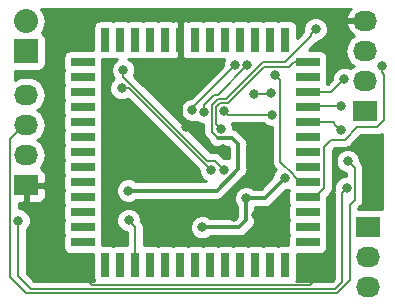
<source format=gbr>
G04 #@! TF.GenerationSoftware,KiCad,Pcbnew,5.0.0-rc1-44a33f2~62~ubuntu16.04.1*
G04 #@! TF.CreationDate,2018-05-13T18:44:28+02:00*
G04 #@! TF.ProjectId,audi_concert1_chorus1_volume_fix,617564695F636F6E63657274315F6368,rev?*
G04 #@! TF.SameCoordinates,Original*
G04 #@! TF.FileFunction,Copper,L2,Bot,Signal*
G04 #@! TF.FilePolarity,Positive*
%FSLAX46Y46*%
G04 Gerber Fmt 4.6, Leading zero omitted, Abs format (unit mm)*
G04 Created by KiCad (PCBNEW 5.0.0-rc1-44a33f2~62~ubuntu16.04.1) date Sun May 13 18:44:28 2018*
%MOMM*%
%LPD*%
G01*
G04 APERTURE LIST*
%ADD10R,2.032000X0.762000*%
%ADD11R,0.762000X2.032000*%
%ADD12R,2.032000X2.032000*%
%ADD13O,2.032000X2.032000*%
%ADD14R,2.032000X1.727200*%
%ADD15O,2.032000X1.727200*%
%ADD16C,0.800000*%
%ADD17C,0.150000*%
%ADD18C,0.300000*%
%ADD19C,0.250000*%
%ADD20C,0.254000*%
G04 APERTURE END LIST*
D10*
X170429601Y-105435400D03*
X170429601Y-104165400D03*
X170429601Y-102895400D03*
X170429601Y-101625400D03*
X170429601Y-100355400D03*
X170429601Y-99085400D03*
D11*
X172334601Y-97180400D03*
X173604601Y-97180400D03*
X174874601Y-97180400D03*
X176144601Y-97180400D03*
X177414601Y-97180400D03*
X178684601Y-97180400D03*
X179954601Y-97180400D03*
X181224601Y-97180400D03*
X182494601Y-97180400D03*
X183764601Y-97180400D03*
X185034601Y-97180400D03*
X186304601Y-97180400D03*
X187574601Y-97180400D03*
D10*
X189479601Y-99085400D03*
X189479601Y-100355400D03*
X189479601Y-101625400D03*
X189479601Y-102895400D03*
X189479601Y-104165400D03*
X189479601Y-105435400D03*
X189479601Y-106705400D03*
X189479601Y-107975400D03*
X189479601Y-109245400D03*
X189479601Y-110515400D03*
X189479601Y-111785400D03*
X189479601Y-113055400D03*
X189479601Y-114325400D03*
D11*
X187574601Y-116230400D03*
X186304601Y-116230400D03*
X185034601Y-116230400D03*
X183764601Y-116230400D03*
X182494601Y-116230400D03*
X181224601Y-116230400D03*
X179954601Y-116230400D03*
X178684601Y-116230400D03*
X177414601Y-116230400D03*
X176144601Y-116230400D03*
X174874601Y-116230400D03*
X173604601Y-116230400D03*
X172334601Y-116230400D03*
D10*
X170429601Y-114325400D03*
X170429601Y-113055400D03*
X170429601Y-111785400D03*
X170429601Y-110515400D03*
X170429601Y-109245400D03*
X170429601Y-107975400D03*
X170429601Y-106705400D03*
D12*
X165633400Y-98171000D03*
D13*
X165633400Y-95631000D03*
D14*
X165633400Y-109499400D03*
D15*
X165633400Y-106959400D03*
X165633400Y-104419400D03*
X165633400Y-101879400D03*
D14*
X194614800Y-113004600D03*
D15*
X194614800Y-115544600D03*
X194614800Y-118084600D03*
X194335400Y-95580200D03*
X194335400Y-98120200D03*
X194335400Y-100660200D03*
D14*
X194335400Y-103200200D03*
D16*
X182270400Y-106414001D03*
X179156839Y-104608910D03*
X174244000Y-94996000D03*
X168122600Y-117297200D03*
X178841400Y-99847400D03*
X185137180Y-112064800D03*
X173482000Y-108051600D03*
X183261000Y-112166400D03*
X187198000Y-111353600D03*
X172694600Y-114173000D03*
X167741600Y-114046001D03*
X178054000Y-106426000D03*
X184261760Y-110601760D03*
X187537221Y-108893120D03*
X180543200Y-113055400D03*
X174281000Y-109956600D03*
X190144400Y-96291400D03*
X174320200Y-112471200D03*
X173736000Y-101295200D03*
X181305200Y-108229400D03*
X182422800Y-108204000D03*
X173863000Y-99745800D03*
X164980010Y-112496600D03*
X192786000Y-109728000D03*
X192881472Y-107461272D03*
X184937400Y-101777800D03*
X186410600Y-101717979D03*
X192288790Y-104849010D03*
X182372643Y-103210148D03*
X186461400Y-103555800D03*
X192288790Y-102766210D03*
X195732400Y-99390200D03*
X186741429Y-100181370D03*
X192596930Y-100492379D03*
X179686975Y-103133754D03*
X182118000Y-104749600D03*
X183327793Y-99354004D03*
X180672620Y-103302657D03*
X184327800Y-99356867D03*
D17*
X178841400Y-104293471D02*
X179156839Y-104608910D01*
X178841400Y-99847400D02*
X178841400Y-104293471D01*
X168122600Y-117297200D02*
X170586400Y-117297200D01*
X170586400Y-117297200D02*
X171221400Y-117932200D01*
X171221400Y-117932200D02*
X189712600Y-117932200D01*
X189712600Y-117932200D02*
X190119000Y-117525800D01*
X173482000Y-108051600D02*
X172974000Y-108559600D01*
X181305200Y-111099600D02*
X182372000Y-112166400D01*
X182372000Y-112166400D02*
X183261000Y-112166400D01*
X172974000Y-108559600D02*
X172974000Y-110185200D01*
X172974000Y-110185200D02*
X173888400Y-111099600D01*
X173888400Y-111099600D02*
X181305200Y-111099600D01*
X186486800Y-112064800D02*
X185137180Y-112064800D01*
X187198000Y-111353600D02*
X186486800Y-112064800D01*
X168122600Y-117297200D02*
X168122600Y-114427001D01*
X168122600Y-114427001D02*
X167741600Y-114046001D01*
X173094599Y-113773001D02*
X172694600Y-114173000D01*
X172872400Y-113550802D02*
X173094599Y-113773001D01*
X172872400Y-108661200D02*
X172872400Y-113550802D01*
X173482000Y-108051600D02*
X172872400Y-108661200D01*
D18*
X183692800Y-113055400D02*
X184261760Y-112486440D01*
X180543200Y-113055400D02*
X183692800Y-113055400D01*
X184261760Y-110601760D02*
X184261760Y-112486440D01*
X185828581Y-110601760D02*
X187537221Y-108893120D01*
X184261760Y-110601760D02*
X185828581Y-110601760D01*
D17*
X187595304Y-99060000D02*
X189744401Y-96910903D01*
X189744401Y-96910903D02*
X189744401Y-96691399D01*
X181880996Y-105511600D02*
X181347630Y-104978234D01*
X182553471Y-102185136D02*
X185678608Y-99060000D01*
X189744401Y-96691399D02*
X190144400Y-96291400D01*
X185678608Y-99060000D02*
X187595304Y-99060000D01*
X181347632Y-102741167D02*
X181903663Y-102185136D01*
X181903663Y-102185136D02*
X182553471Y-102185136D01*
X181347630Y-104978234D02*
X181347632Y-102741167D01*
D18*
X183591200Y-106045000D02*
X183591200Y-108145602D01*
X183591200Y-108145602D02*
X181780202Y-109956600D01*
X181780202Y-109956600D02*
X181669202Y-109956600D01*
X183057800Y-105511600D02*
X183591200Y-106045000D01*
X181880996Y-105511600D02*
X183057800Y-105511600D01*
D17*
X174874601Y-116238701D02*
X174874601Y-113025601D01*
X174720199Y-112871199D02*
X174320200Y-112471200D01*
X174874601Y-113025601D02*
X174720199Y-112871199D01*
D18*
X174281000Y-109956600D02*
X181669202Y-109956600D01*
D17*
X180905201Y-107829401D02*
X181305200Y-108229400D01*
X180883336Y-107829401D02*
X180905201Y-107829401D01*
X174349135Y-101295200D02*
X180883336Y-107829401D01*
X173736000Y-101295200D02*
X174349135Y-101295200D01*
X173863000Y-100314075D02*
X173863000Y-100311485D01*
X180990925Y-107442000D02*
X173863000Y-100314075D01*
X182422800Y-108204000D02*
X181660800Y-107442000D01*
X181660800Y-107442000D02*
X180990925Y-107442000D01*
X173863000Y-100311485D02*
X173863000Y-99745800D01*
X164980010Y-112496600D02*
X164980010Y-117228010D01*
X164980010Y-117228010D02*
X166045389Y-118293389D01*
X192386001Y-110127999D02*
X192786000Y-109728000D01*
X191815211Y-118293389D02*
X192386001Y-117722599D01*
X166045389Y-118293389D02*
X191815211Y-118293389D01*
X192386001Y-117722599D02*
X192386001Y-110127999D01*
X165481000Y-104419400D02*
X165633400Y-104419400D01*
X192881472Y-107461272D02*
X193461001Y-108040801D01*
X165633400Y-118643400D02*
X164305010Y-117315010D01*
X193461001Y-110754799D02*
X193070600Y-111145200D01*
X193070600Y-111145200D02*
X193070600Y-117571400D01*
X164305010Y-117315010D02*
X164305010Y-105595390D01*
X164305010Y-105595390D02*
X165481000Y-104419400D01*
X191998600Y-118643400D02*
X165633400Y-118643400D01*
X193070600Y-117571400D02*
X191998600Y-118643400D01*
X193461001Y-108040801D02*
X193461001Y-110754799D01*
X186350779Y-101777800D02*
X186410600Y-101717979D01*
X184937400Y-101777800D02*
X186350779Y-101777800D01*
X191613481Y-104173701D02*
X191888791Y-104449011D01*
X189479601Y-104173701D02*
X191613481Y-104173701D01*
X191888791Y-104449011D02*
X192288790Y-104849010D01*
X186461400Y-103555800D02*
X182718295Y-103555800D01*
X182718295Y-103555800D02*
X182372643Y-103210148D01*
X191723105Y-102766210D02*
X192288790Y-102766210D01*
X189479601Y-102903701D02*
X189617092Y-102766210D01*
X189617092Y-102766210D02*
X191723105Y-102766210D01*
D19*
X189479601Y-102903701D02*
X190114601Y-102903701D01*
D17*
X195961000Y-100184485D02*
X195732400Y-99955885D01*
X189479601Y-110523701D02*
X190114601Y-110523701D01*
X195961000Y-103949202D02*
X195961000Y-100184485D01*
X195732400Y-99955885D02*
X195732400Y-99390200D01*
X191490600Y-105638600D02*
X192608200Y-105638600D01*
X193687998Y-104558802D02*
X195351400Y-104558802D01*
X190884902Y-109753400D02*
X190884902Y-106244298D01*
X195351400Y-104558802D02*
X195961000Y-103949202D01*
X190884902Y-106244298D02*
X191490600Y-105638600D01*
X192608200Y-105638600D02*
X193687998Y-104558802D01*
X190114601Y-110523701D02*
X190884902Y-109753400D01*
X189479601Y-109253701D02*
X190114601Y-109253701D01*
X188844601Y-109253701D02*
X189479601Y-109253701D01*
X187177680Y-107542072D02*
X188313601Y-108677993D01*
X188313601Y-108677993D02*
X188313601Y-108722701D01*
X188313601Y-108722701D02*
X188844601Y-109253701D01*
X187177680Y-100617621D02*
X187177680Y-104140000D01*
X186741429Y-100181370D02*
X187177680Y-100617621D01*
X187177680Y-104140000D02*
X187177680Y-107542072D01*
X191455608Y-101633701D02*
X189479601Y-101633701D01*
X192596930Y-100492379D02*
X191455608Y-101633701D01*
X185767198Y-99466400D02*
X182698451Y-102535147D01*
X188313601Y-99093701D02*
X187940902Y-99466400D01*
X182698451Y-102535147D02*
X182048642Y-102535147D01*
X181697642Y-104329242D02*
X181718001Y-104349601D01*
X187940902Y-99466400D02*
X185767198Y-99466400D01*
X189479601Y-99093701D02*
X188313601Y-99093701D01*
X181718001Y-104349601D02*
X182118000Y-104749600D01*
X181697642Y-102886147D02*
X181697642Y-104329242D01*
X182048642Y-102535147D02*
X181697642Y-102886147D01*
X179686975Y-102994822D02*
X179686975Y-103133754D01*
X183327793Y-99354004D02*
X179686975Y-102994822D01*
X184327800Y-99356867D02*
X181849542Y-101835125D01*
X181849542Y-101835125D02*
X181574467Y-101835125D01*
X181574467Y-101835125D02*
X180672620Y-102736972D01*
X180672620Y-102736972D02*
X180672620Y-103302657D01*
D20*
G36*
X192984668Y-94678164D02*
X192730691Y-95205409D01*
X192728042Y-95221174D01*
X192849183Y-95453200D01*
X194208400Y-95453200D01*
X194208400Y-95433200D01*
X194462400Y-95433200D01*
X194462400Y-95453200D01*
X194482400Y-95453200D01*
X194482400Y-95707200D01*
X194462400Y-95707200D01*
X194462400Y-95727200D01*
X194208400Y-95727200D01*
X194208400Y-95707200D01*
X192849183Y-95707200D01*
X192728042Y-95939226D01*
X192730691Y-95954991D01*
X192984668Y-96482236D01*
X193392132Y-96846290D01*
X193102570Y-97039770D01*
X192771350Y-97535475D01*
X192655041Y-98120200D01*
X192771350Y-98704925D01*
X193102570Y-99200630D01*
X193386281Y-99390200D01*
X193102570Y-99579770D01*
X193101641Y-99581161D01*
X192802804Y-99457379D01*
X192391056Y-99457379D01*
X192010650Y-99614948D01*
X191719499Y-99906099D01*
X191561930Y-100286505D01*
X191561930Y-100523288D01*
X191161518Y-100923701D01*
X191105785Y-100923701D01*
X191143041Y-100736400D01*
X191143041Y-99974400D01*
X191093758Y-99726635D01*
X191089592Y-99720400D01*
X191093758Y-99714165D01*
X191143041Y-99466400D01*
X191143041Y-98704400D01*
X191093758Y-98456635D01*
X190953410Y-98246591D01*
X190743366Y-98106243D01*
X190495601Y-98056960D01*
X189602435Y-98056960D01*
X190197002Y-97462393D01*
X190256281Y-97422784D01*
X190320683Y-97326400D01*
X190350274Y-97326400D01*
X190730680Y-97168831D01*
X191021831Y-96877680D01*
X191179400Y-96497274D01*
X191179400Y-96085526D01*
X191021831Y-95705120D01*
X190730680Y-95413969D01*
X190350274Y-95256400D01*
X189938526Y-95256400D01*
X189558120Y-95413969D01*
X189266969Y-95705120D01*
X189109400Y-96085526D01*
X189109400Y-96363780D01*
X189075596Y-96414371D01*
X189035558Y-96615655D01*
X188603041Y-97048172D01*
X188603041Y-96164400D01*
X188553758Y-95916635D01*
X188413410Y-95706591D01*
X188203366Y-95566243D01*
X187955601Y-95516960D01*
X187193601Y-95516960D01*
X186945836Y-95566243D01*
X186939601Y-95570409D01*
X186933366Y-95566243D01*
X186685601Y-95516960D01*
X185923601Y-95516960D01*
X185675836Y-95566243D01*
X185669601Y-95570409D01*
X185663366Y-95566243D01*
X185415601Y-95516960D01*
X184653601Y-95516960D01*
X184405836Y-95566243D01*
X184399601Y-95570409D01*
X184393366Y-95566243D01*
X184145601Y-95516960D01*
X183383601Y-95516960D01*
X183135836Y-95566243D01*
X183129601Y-95570409D01*
X183123366Y-95566243D01*
X182875601Y-95516960D01*
X182113601Y-95516960D01*
X181865836Y-95566243D01*
X181859601Y-95570409D01*
X181853366Y-95566243D01*
X181605601Y-95516960D01*
X180843601Y-95516960D01*
X180595836Y-95566243D01*
X180589601Y-95570409D01*
X180583366Y-95566243D01*
X180335601Y-95516960D01*
X179573601Y-95516960D01*
X179325836Y-95566243D01*
X179308623Y-95577744D01*
X179191910Y-95529400D01*
X178970351Y-95529400D01*
X178811601Y-95688150D01*
X178811601Y-97053400D01*
X178831601Y-97053400D01*
X178831601Y-97307400D01*
X178811601Y-97307400D01*
X178811601Y-98672650D01*
X178970351Y-98831400D01*
X179191910Y-98831400D01*
X179308623Y-98783056D01*
X179325836Y-98794557D01*
X179573601Y-98843840D01*
X180335601Y-98843840D01*
X180583366Y-98794557D01*
X180589601Y-98790391D01*
X180595836Y-98794557D01*
X180843601Y-98843840D01*
X181605601Y-98843840D01*
X181853366Y-98794557D01*
X181859601Y-98790391D01*
X181865836Y-98794557D01*
X182113601Y-98843840D01*
X182418834Y-98843840D01*
X182292793Y-99148130D01*
X182292793Y-99384913D01*
X179578953Y-102098754D01*
X179481101Y-102098754D01*
X179100695Y-102256323D01*
X178809544Y-102547474D01*
X178651975Y-102927880D01*
X178651975Y-103339628D01*
X178809544Y-103720034D01*
X179100695Y-104011185D01*
X179481101Y-104168754D01*
X179892849Y-104168754D01*
X180021654Y-104115402D01*
X180086340Y-104180088D01*
X180466746Y-104337657D01*
X180637631Y-104337657D01*
X180637630Y-104908309D01*
X180623721Y-104978234D01*
X180637630Y-105048158D01*
X180637630Y-105048159D01*
X180678825Y-105255261D01*
X180835749Y-105490114D01*
X180895031Y-105529725D01*
X181131199Y-105765893D01*
X181141542Y-105817892D01*
X181315043Y-106077553D01*
X181574704Y-106251054D01*
X181803680Y-106296600D01*
X182732643Y-106296600D01*
X182806200Y-106370157D01*
X182806201Y-107242534D01*
X182628674Y-107169000D01*
X182391891Y-107169000D01*
X182212294Y-106989403D01*
X182172681Y-106930119D01*
X181937828Y-106773195D01*
X181730726Y-106732000D01*
X181730724Y-106732000D01*
X181660800Y-106718091D01*
X181590876Y-106732000D01*
X181285016Y-106732000D01*
X174782802Y-100229787D01*
X174898000Y-99951674D01*
X174898000Y-99539926D01*
X174740431Y-99159520D01*
X174449280Y-98868369D01*
X174294405Y-98804218D01*
X174493601Y-98843840D01*
X175255601Y-98843840D01*
X175503366Y-98794557D01*
X175509601Y-98790391D01*
X175515836Y-98794557D01*
X175763601Y-98843840D01*
X176525601Y-98843840D01*
X176773366Y-98794557D01*
X176779601Y-98790391D01*
X176785836Y-98794557D01*
X177033601Y-98843840D01*
X177795601Y-98843840D01*
X178043366Y-98794557D01*
X178060579Y-98783056D01*
X178177292Y-98831400D01*
X178398851Y-98831400D01*
X178557601Y-98672650D01*
X178557601Y-97307400D01*
X178537601Y-97307400D01*
X178537601Y-97053400D01*
X178557601Y-97053400D01*
X178557601Y-95688150D01*
X178398851Y-95529400D01*
X178177292Y-95529400D01*
X178060579Y-95577744D01*
X178043366Y-95566243D01*
X177795601Y-95516960D01*
X177033601Y-95516960D01*
X176785836Y-95566243D01*
X176779601Y-95570409D01*
X176773366Y-95566243D01*
X176525601Y-95516960D01*
X175763601Y-95516960D01*
X175515836Y-95566243D01*
X175509601Y-95570409D01*
X175503366Y-95566243D01*
X175255601Y-95516960D01*
X174493601Y-95516960D01*
X174245836Y-95566243D01*
X174239601Y-95570409D01*
X174233366Y-95566243D01*
X173985601Y-95516960D01*
X173223601Y-95516960D01*
X172975836Y-95566243D01*
X172969601Y-95570409D01*
X172963366Y-95566243D01*
X172715601Y-95516960D01*
X171953601Y-95516960D01*
X171705836Y-95566243D01*
X171495792Y-95706591D01*
X171355444Y-95916635D01*
X171306161Y-96164400D01*
X171306161Y-98056960D01*
X169413601Y-98056960D01*
X169165836Y-98106243D01*
X168955792Y-98246591D01*
X168815444Y-98456635D01*
X168766161Y-98704400D01*
X168766161Y-99466400D01*
X168815444Y-99714165D01*
X168819610Y-99720400D01*
X168815444Y-99726635D01*
X168766161Y-99974400D01*
X168766161Y-100736400D01*
X168815444Y-100984165D01*
X168819610Y-100990400D01*
X168815444Y-100996635D01*
X168766161Y-101244400D01*
X168766161Y-102006400D01*
X168815444Y-102254165D01*
X168819610Y-102260400D01*
X168815444Y-102266635D01*
X168766161Y-102514400D01*
X168766161Y-103276400D01*
X168815444Y-103524165D01*
X168819610Y-103530400D01*
X168815444Y-103536635D01*
X168766161Y-103784400D01*
X168766161Y-104546400D01*
X168815444Y-104794165D01*
X168819610Y-104800400D01*
X168815444Y-104806635D01*
X168766161Y-105054400D01*
X168766161Y-105816400D01*
X168815444Y-106064165D01*
X168819610Y-106070400D01*
X168815444Y-106076635D01*
X168766161Y-106324400D01*
X168766161Y-107086400D01*
X168815444Y-107334165D01*
X168819610Y-107340400D01*
X168815444Y-107346635D01*
X168766161Y-107594400D01*
X168766161Y-108356400D01*
X168815444Y-108604165D01*
X168819610Y-108610400D01*
X168815444Y-108616635D01*
X168766161Y-108864400D01*
X168766161Y-109626400D01*
X168815444Y-109874165D01*
X168819610Y-109880400D01*
X168815444Y-109886635D01*
X168766161Y-110134400D01*
X168766161Y-110896400D01*
X168815444Y-111144165D01*
X168819610Y-111150400D01*
X168815444Y-111156635D01*
X168766161Y-111404400D01*
X168766161Y-112166400D01*
X168815444Y-112414165D01*
X168819610Y-112420400D01*
X168815444Y-112426635D01*
X168766161Y-112674400D01*
X168766161Y-113436400D01*
X168815444Y-113684165D01*
X168819610Y-113690400D01*
X168815444Y-113696635D01*
X168766161Y-113944400D01*
X168766161Y-114706400D01*
X168815444Y-114954165D01*
X168955792Y-115164209D01*
X169165836Y-115304557D01*
X169413601Y-115353840D01*
X171306161Y-115353840D01*
X171306161Y-117246400D01*
X171355444Y-117494165D01*
X171415062Y-117583389D01*
X166339480Y-117583389D01*
X165690010Y-116933920D01*
X165690010Y-113250311D01*
X165857441Y-113082880D01*
X166015010Y-112702474D01*
X166015010Y-112290726D01*
X165857441Y-111910320D01*
X165566290Y-111619169D01*
X165185884Y-111461600D01*
X165015010Y-111461600D01*
X165015010Y-110998000D01*
X165347650Y-110998000D01*
X165506400Y-110839250D01*
X165506400Y-109626400D01*
X165760400Y-109626400D01*
X165760400Y-110839250D01*
X165919150Y-110998000D01*
X166775709Y-110998000D01*
X167009098Y-110901327D01*
X167187727Y-110722699D01*
X167284400Y-110489310D01*
X167284400Y-109785150D01*
X167125650Y-109626400D01*
X165760400Y-109626400D01*
X165506400Y-109626400D01*
X165486400Y-109626400D01*
X165486400Y-109372400D01*
X165506400Y-109372400D01*
X165506400Y-109352400D01*
X165760400Y-109352400D01*
X165760400Y-109372400D01*
X167125650Y-109372400D01*
X167284400Y-109213650D01*
X167284400Y-108509490D01*
X167187727Y-108276101D01*
X167009098Y-108097473D01*
X166867033Y-108038628D01*
X167197450Y-107544125D01*
X167313759Y-106959400D01*
X167197450Y-106374675D01*
X166866230Y-105878970D01*
X166582519Y-105689400D01*
X166866230Y-105499830D01*
X167197450Y-105004125D01*
X167313759Y-104419400D01*
X167197450Y-103834675D01*
X166866230Y-103338970D01*
X166582519Y-103149400D01*
X166866230Y-102959830D01*
X167197450Y-102464125D01*
X167313759Y-101879400D01*
X167197450Y-101294675D01*
X166866230Y-100798970D01*
X166370525Y-100467750D01*
X165933398Y-100380800D01*
X165333402Y-100380800D01*
X164896275Y-100467750D01*
X164665000Y-100622283D01*
X164665000Y-99834440D01*
X166649400Y-99834440D01*
X166897165Y-99785157D01*
X167107209Y-99644809D01*
X167247557Y-99434765D01*
X167296840Y-99187000D01*
X167296840Y-97155000D01*
X167247557Y-96907235D01*
X167107209Y-96697191D01*
X166968544Y-96604537D01*
X167188608Y-96275188D01*
X167316745Y-95631000D01*
X167188608Y-94986812D01*
X166904090Y-94561000D01*
X193115803Y-94561000D01*
X192984668Y-94678164D01*
X192984668Y-94678164D01*
G37*
X192984668Y-94678164D02*
X192730691Y-95205409D01*
X192728042Y-95221174D01*
X192849183Y-95453200D01*
X194208400Y-95453200D01*
X194208400Y-95433200D01*
X194462400Y-95433200D01*
X194462400Y-95453200D01*
X194482400Y-95453200D01*
X194482400Y-95707200D01*
X194462400Y-95707200D01*
X194462400Y-95727200D01*
X194208400Y-95727200D01*
X194208400Y-95707200D01*
X192849183Y-95707200D01*
X192728042Y-95939226D01*
X192730691Y-95954991D01*
X192984668Y-96482236D01*
X193392132Y-96846290D01*
X193102570Y-97039770D01*
X192771350Y-97535475D01*
X192655041Y-98120200D01*
X192771350Y-98704925D01*
X193102570Y-99200630D01*
X193386281Y-99390200D01*
X193102570Y-99579770D01*
X193101641Y-99581161D01*
X192802804Y-99457379D01*
X192391056Y-99457379D01*
X192010650Y-99614948D01*
X191719499Y-99906099D01*
X191561930Y-100286505D01*
X191561930Y-100523288D01*
X191161518Y-100923701D01*
X191105785Y-100923701D01*
X191143041Y-100736400D01*
X191143041Y-99974400D01*
X191093758Y-99726635D01*
X191089592Y-99720400D01*
X191093758Y-99714165D01*
X191143041Y-99466400D01*
X191143041Y-98704400D01*
X191093758Y-98456635D01*
X190953410Y-98246591D01*
X190743366Y-98106243D01*
X190495601Y-98056960D01*
X189602435Y-98056960D01*
X190197002Y-97462393D01*
X190256281Y-97422784D01*
X190320683Y-97326400D01*
X190350274Y-97326400D01*
X190730680Y-97168831D01*
X191021831Y-96877680D01*
X191179400Y-96497274D01*
X191179400Y-96085526D01*
X191021831Y-95705120D01*
X190730680Y-95413969D01*
X190350274Y-95256400D01*
X189938526Y-95256400D01*
X189558120Y-95413969D01*
X189266969Y-95705120D01*
X189109400Y-96085526D01*
X189109400Y-96363780D01*
X189075596Y-96414371D01*
X189035558Y-96615655D01*
X188603041Y-97048172D01*
X188603041Y-96164400D01*
X188553758Y-95916635D01*
X188413410Y-95706591D01*
X188203366Y-95566243D01*
X187955601Y-95516960D01*
X187193601Y-95516960D01*
X186945836Y-95566243D01*
X186939601Y-95570409D01*
X186933366Y-95566243D01*
X186685601Y-95516960D01*
X185923601Y-95516960D01*
X185675836Y-95566243D01*
X185669601Y-95570409D01*
X185663366Y-95566243D01*
X185415601Y-95516960D01*
X184653601Y-95516960D01*
X184405836Y-95566243D01*
X184399601Y-95570409D01*
X184393366Y-95566243D01*
X184145601Y-95516960D01*
X183383601Y-95516960D01*
X183135836Y-95566243D01*
X183129601Y-95570409D01*
X183123366Y-95566243D01*
X182875601Y-95516960D01*
X182113601Y-95516960D01*
X181865836Y-95566243D01*
X181859601Y-95570409D01*
X181853366Y-95566243D01*
X181605601Y-95516960D01*
X180843601Y-95516960D01*
X180595836Y-95566243D01*
X180589601Y-95570409D01*
X180583366Y-95566243D01*
X180335601Y-95516960D01*
X179573601Y-95516960D01*
X179325836Y-95566243D01*
X179308623Y-95577744D01*
X179191910Y-95529400D01*
X178970351Y-95529400D01*
X178811601Y-95688150D01*
X178811601Y-97053400D01*
X178831601Y-97053400D01*
X178831601Y-97307400D01*
X178811601Y-97307400D01*
X178811601Y-98672650D01*
X178970351Y-98831400D01*
X179191910Y-98831400D01*
X179308623Y-98783056D01*
X179325836Y-98794557D01*
X179573601Y-98843840D01*
X180335601Y-98843840D01*
X180583366Y-98794557D01*
X180589601Y-98790391D01*
X180595836Y-98794557D01*
X180843601Y-98843840D01*
X181605601Y-98843840D01*
X181853366Y-98794557D01*
X181859601Y-98790391D01*
X181865836Y-98794557D01*
X182113601Y-98843840D01*
X182418834Y-98843840D01*
X182292793Y-99148130D01*
X182292793Y-99384913D01*
X179578953Y-102098754D01*
X179481101Y-102098754D01*
X179100695Y-102256323D01*
X178809544Y-102547474D01*
X178651975Y-102927880D01*
X178651975Y-103339628D01*
X178809544Y-103720034D01*
X179100695Y-104011185D01*
X179481101Y-104168754D01*
X179892849Y-104168754D01*
X180021654Y-104115402D01*
X180086340Y-104180088D01*
X180466746Y-104337657D01*
X180637631Y-104337657D01*
X180637630Y-104908309D01*
X180623721Y-104978234D01*
X180637630Y-105048158D01*
X180637630Y-105048159D01*
X180678825Y-105255261D01*
X180835749Y-105490114D01*
X180895031Y-105529725D01*
X181131199Y-105765893D01*
X181141542Y-105817892D01*
X181315043Y-106077553D01*
X181574704Y-106251054D01*
X181803680Y-106296600D01*
X182732643Y-106296600D01*
X182806200Y-106370157D01*
X182806201Y-107242534D01*
X182628674Y-107169000D01*
X182391891Y-107169000D01*
X182212294Y-106989403D01*
X182172681Y-106930119D01*
X181937828Y-106773195D01*
X181730726Y-106732000D01*
X181730724Y-106732000D01*
X181660800Y-106718091D01*
X181590876Y-106732000D01*
X181285016Y-106732000D01*
X174782802Y-100229787D01*
X174898000Y-99951674D01*
X174898000Y-99539926D01*
X174740431Y-99159520D01*
X174449280Y-98868369D01*
X174294405Y-98804218D01*
X174493601Y-98843840D01*
X175255601Y-98843840D01*
X175503366Y-98794557D01*
X175509601Y-98790391D01*
X175515836Y-98794557D01*
X175763601Y-98843840D01*
X176525601Y-98843840D01*
X176773366Y-98794557D01*
X176779601Y-98790391D01*
X176785836Y-98794557D01*
X177033601Y-98843840D01*
X177795601Y-98843840D01*
X178043366Y-98794557D01*
X178060579Y-98783056D01*
X178177292Y-98831400D01*
X178398851Y-98831400D01*
X178557601Y-98672650D01*
X178557601Y-97307400D01*
X178537601Y-97307400D01*
X178537601Y-97053400D01*
X178557601Y-97053400D01*
X178557601Y-95688150D01*
X178398851Y-95529400D01*
X178177292Y-95529400D01*
X178060579Y-95577744D01*
X178043366Y-95566243D01*
X177795601Y-95516960D01*
X177033601Y-95516960D01*
X176785836Y-95566243D01*
X176779601Y-95570409D01*
X176773366Y-95566243D01*
X176525601Y-95516960D01*
X175763601Y-95516960D01*
X175515836Y-95566243D01*
X175509601Y-95570409D01*
X175503366Y-95566243D01*
X175255601Y-95516960D01*
X174493601Y-95516960D01*
X174245836Y-95566243D01*
X174239601Y-95570409D01*
X174233366Y-95566243D01*
X173985601Y-95516960D01*
X173223601Y-95516960D01*
X172975836Y-95566243D01*
X172969601Y-95570409D01*
X172963366Y-95566243D01*
X172715601Y-95516960D01*
X171953601Y-95516960D01*
X171705836Y-95566243D01*
X171495792Y-95706591D01*
X171355444Y-95916635D01*
X171306161Y-96164400D01*
X171306161Y-98056960D01*
X169413601Y-98056960D01*
X169165836Y-98106243D01*
X168955792Y-98246591D01*
X168815444Y-98456635D01*
X168766161Y-98704400D01*
X168766161Y-99466400D01*
X168815444Y-99714165D01*
X168819610Y-99720400D01*
X168815444Y-99726635D01*
X168766161Y-99974400D01*
X168766161Y-100736400D01*
X168815444Y-100984165D01*
X168819610Y-100990400D01*
X168815444Y-100996635D01*
X168766161Y-101244400D01*
X168766161Y-102006400D01*
X168815444Y-102254165D01*
X168819610Y-102260400D01*
X168815444Y-102266635D01*
X168766161Y-102514400D01*
X168766161Y-103276400D01*
X168815444Y-103524165D01*
X168819610Y-103530400D01*
X168815444Y-103536635D01*
X168766161Y-103784400D01*
X168766161Y-104546400D01*
X168815444Y-104794165D01*
X168819610Y-104800400D01*
X168815444Y-104806635D01*
X168766161Y-105054400D01*
X168766161Y-105816400D01*
X168815444Y-106064165D01*
X168819610Y-106070400D01*
X168815444Y-106076635D01*
X168766161Y-106324400D01*
X168766161Y-107086400D01*
X168815444Y-107334165D01*
X168819610Y-107340400D01*
X168815444Y-107346635D01*
X168766161Y-107594400D01*
X168766161Y-108356400D01*
X168815444Y-108604165D01*
X168819610Y-108610400D01*
X168815444Y-108616635D01*
X168766161Y-108864400D01*
X168766161Y-109626400D01*
X168815444Y-109874165D01*
X168819610Y-109880400D01*
X168815444Y-109886635D01*
X168766161Y-110134400D01*
X168766161Y-110896400D01*
X168815444Y-111144165D01*
X168819610Y-111150400D01*
X168815444Y-111156635D01*
X168766161Y-111404400D01*
X168766161Y-112166400D01*
X168815444Y-112414165D01*
X168819610Y-112420400D01*
X168815444Y-112426635D01*
X168766161Y-112674400D01*
X168766161Y-113436400D01*
X168815444Y-113684165D01*
X168819610Y-113690400D01*
X168815444Y-113696635D01*
X168766161Y-113944400D01*
X168766161Y-114706400D01*
X168815444Y-114954165D01*
X168955792Y-115164209D01*
X169165836Y-115304557D01*
X169413601Y-115353840D01*
X171306161Y-115353840D01*
X171306161Y-117246400D01*
X171355444Y-117494165D01*
X171415062Y-117583389D01*
X166339480Y-117583389D01*
X165690010Y-116933920D01*
X165690010Y-113250311D01*
X165857441Y-113082880D01*
X166015010Y-112702474D01*
X166015010Y-112290726D01*
X165857441Y-111910320D01*
X165566290Y-111619169D01*
X165185884Y-111461600D01*
X165015010Y-111461600D01*
X165015010Y-110998000D01*
X165347650Y-110998000D01*
X165506400Y-110839250D01*
X165506400Y-109626400D01*
X165760400Y-109626400D01*
X165760400Y-110839250D01*
X165919150Y-110998000D01*
X166775709Y-110998000D01*
X167009098Y-110901327D01*
X167187727Y-110722699D01*
X167284400Y-110489310D01*
X167284400Y-109785150D01*
X167125650Y-109626400D01*
X165760400Y-109626400D01*
X165506400Y-109626400D01*
X165486400Y-109626400D01*
X165486400Y-109372400D01*
X165506400Y-109372400D01*
X165506400Y-109352400D01*
X165760400Y-109352400D01*
X165760400Y-109372400D01*
X167125650Y-109372400D01*
X167284400Y-109213650D01*
X167284400Y-108509490D01*
X167187727Y-108276101D01*
X167009098Y-108097473D01*
X166867033Y-108038628D01*
X167197450Y-107544125D01*
X167313759Y-106959400D01*
X167197450Y-106374675D01*
X166866230Y-105878970D01*
X166582519Y-105689400D01*
X166866230Y-105499830D01*
X167197450Y-105004125D01*
X167313759Y-104419400D01*
X167197450Y-103834675D01*
X166866230Y-103338970D01*
X166582519Y-103149400D01*
X166866230Y-102959830D01*
X167197450Y-102464125D01*
X167313759Y-101879400D01*
X167197450Y-101294675D01*
X166866230Y-100798970D01*
X166370525Y-100467750D01*
X165933398Y-100380800D01*
X165333402Y-100380800D01*
X164896275Y-100467750D01*
X164665000Y-100622283D01*
X164665000Y-99834440D01*
X166649400Y-99834440D01*
X166897165Y-99785157D01*
X167107209Y-99644809D01*
X167247557Y-99434765D01*
X167296840Y-99187000D01*
X167296840Y-97155000D01*
X167247557Y-96907235D01*
X167107209Y-96697191D01*
X166968544Y-96604537D01*
X167188608Y-96275188D01*
X167316745Y-95631000D01*
X167188608Y-94986812D01*
X166904090Y-94561000D01*
X193115803Y-94561000D01*
X192984668Y-94678164D01*
G36*
X195761000Y-111519458D02*
X195630800Y-111493560D01*
X193780600Y-111493560D01*
X193780600Y-111439290D01*
X193913597Y-111306293D01*
X193972882Y-111266680D01*
X194129806Y-111031827D01*
X194171001Y-110824725D01*
X194171001Y-110824721D01*
X194184909Y-110754800D01*
X194171001Y-110684879D01*
X194171001Y-108110727D01*
X194184910Y-108040801D01*
X194129806Y-107763772D01*
X194012492Y-107588200D01*
X194012489Y-107588197D01*
X193972881Y-107528920D01*
X193916472Y-107491229D01*
X193916472Y-107255398D01*
X193758903Y-106874992D01*
X193467752Y-106583841D01*
X193087346Y-106426272D01*
X192675598Y-106426272D01*
X192295192Y-106583841D01*
X192004041Y-106874992D01*
X191846472Y-107255398D01*
X191846472Y-107667146D01*
X192004041Y-108047552D01*
X192295192Y-108338703D01*
X192675598Y-108496272D01*
X192751001Y-108496272D01*
X192751001Y-108693000D01*
X192580126Y-108693000D01*
X192199720Y-108850569D01*
X191908569Y-109141720D01*
X191751000Y-109522126D01*
X191751000Y-109800381D01*
X191735669Y-109823326D01*
X191717197Y-109850971D01*
X191662092Y-110127999D01*
X191676002Y-110197928D01*
X191676001Y-117428508D01*
X191521121Y-117583389D01*
X188494140Y-117583389D01*
X188553758Y-117494165D01*
X188603041Y-117246400D01*
X188603041Y-115353840D01*
X190495601Y-115353840D01*
X190743366Y-115304557D01*
X190953410Y-115164209D01*
X191093758Y-114954165D01*
X191143041Y-114706400D01*
X191143041Y-113944400D01*
X191093758Y-113696635D01*
X191089592Y-113690400D01*
X191093758Y-113684165D01*
X191143041Y-113436400D01*
X191143041Y-112674400D01*
X191093758Y-112426635D01*
X191089592Y-112420400D01*
X191093758Y-112414165D01*
X191143041Y-112166400D01*
X191143041Y-111404400D01*
X191093758Y-111156635D01*
X191089592Y-111150400D01*
X191093758Y-111144165D01*
X191143041Y-110896400D01*
X191143041Y-110499352D01*
X191337503Y-110304890D01*
X191396782Y-110265281D01*
X191553707Y-110030428D01*
X191594902Y-109823326D01*
X191594902Y-109823322D01*
X191608810Y-109753401D01*
X191594902Y-109683480D01*
X191594902Y-106538388D01*
X191784691Y-106348600D01*
X192538276Y-106348600D01*
X192608200Y-106362509D01*
X192678124Y-106348600D01*
X192678126Y-106348600D01*
X192885228Y-106307405D01*
X193120081Y-106150481D01*
X193159694Y-106091196D01*
X193982089Y-105268802D01*
X195281476Y-105268802D01*
X195351400Y-105282711D01*
X195421324Y-105268802D01*
X195421326Y-105268802D01*
X195628428Y-105227607D01*
X195761001Y-105139025D01*
X195761000Y-111519458D01*
X195761000Y-111519458D01*
G37*
X195761000Y-111519458D02*
X195630800Y-111493560D01*
X193780600Y-111493560D01*
X193780600Y-111439290D01*
X193913597Y-111306293D01*
X193972882Y-111266680D01*
X194129806Y-111031827D01*
X194171001Y-110824725D01*
X194171001Y-110824721D01*
X194184909Y-110754800D01*
X194171001Y-110684879D01*
X194171001Y-108110727D01*
X194184910Y-108040801D01*
X194129806Y-107763772D01*
X194012492Y-107588200D01*
X194012489Y-107588197D01*
X193972881Y-107528920D01*
X193916472Y-107491229D01*
X193916472Y-107255398D01*
X193758903Y-106874992D01*
X193467752Y-106583841D01*
X193087346Y-106426272D01*
X192675598Y-106426272D01*
X192295192Y-106583841D01*
X192004041Y-106874992D01*
X191846472Y-107255398D01*
X191846472Y-107667146D01*
X192004041Y-108047552D01*
X192295192Y-108338703D01*
X192675598Y-108496272D01*
X192751001Y-108496272D01*
X192751001Y-108693000D01*
X192580126Y-108693000D01*
X192199720Y-108850569D01*
X191908569Y-109141720D01*
X191751000Y-109522126D01*
X191751000Y-109800381D01*
X191735669Y-109823326D01*
X191717197Y-109850971D01*
X191662092Y-110127999D01*
X191676002Y-110197928D01*
X191676001Y-117428508D01*
X191521121Y-117583389D01*
X188494140Y-117583389D01*
X188553758Y-117494165D01*
X188603041Y-117246400D01*
X188603041Y-115353840D01*
X190495601Y-115353840D01*
X190743366Y-115304557D01*
X190953410Y-115164209D01*
X191093758Y-114954165D01*
X191143041Y-114706400D01*
X191143041Y-113944400D01*
X191093758Y-113696635D01*
X191089592Y-113690400D01*
X191093758Y-113684165D01*
X191143041Y-113436400D01*
X191143041Y-112674400D01*
X191093758Y-112426635D01*
X191089592Y-112420400D01*
X191093758Y-112414165D01*
X191143041Y-112166400D01*
X191143041Y-111404400D01*
X191093758Y-111156635D01*
X191089592Y-111150400D01*
X191093758Y-111144165D01*
X191143041Y-110896400D01*
X191143041Y-110499352D01*
X191337503Y-110304890D01*
X191396782Y-110265281D01*
X191553707Y-110030428D01*
X191594902Y-109823326D01*
X191594902Y-109823322D01*
X191608810Y-109753401D01*
X191594902Y-109683480D01*
X191594902Y-106538388D01*
X191784691Y-106348600D01*
X192538276Y-106348600D01*
X192608200Y-106362509D01*
X192678124Y-106348600D01*
X192678126Y-106348600D01*
X192885228Y-106307405D01*
X193120081Y-106150481D01*
X193159694Y-106091196D01*
X193982089Y-105268802D01*
X195281476Y-105268802D01*
X195351400Y-105282711D01*
X195421324Y-105268802D01*
X195421326Y-105268802D01*
X195628428Y-105227607D01*
X195761001Y-105139025D01*
X195761000Y-111519458D01*
G36*
X172975836Y-98794557D02*
X173223601Y-98843840D01*
X173335938Y-98843840D01*
X173276720Y-98868369D01*
X172985569Y-99159520D01*
X172828000Y-99539926D01*
X172828000Y-99951674D01*
X172985569Y-100332080D01*
X173110489Y-100457000D01*
X172858569Y-100708920D01*
X172701000Y-101089326D01*
X172701000Y-101501074D01*
X172858569Y-101881480D01*
X173149720Y-102172631D01*
X173530126Y-102330200D01*
X173941874Y-102330200D01*
X174251708Y-102201863D01*
X180270200Y-108220357D01*
X180270200Y-108435274D01*
X180427769Y-108815680D01*
X180718920Y-109106831D01*
X180875287Y-109171600D01*
X174959711Y-109171600D01*
X174867280Y-109079169D01*
X174486874Y-108921600D01*
X174075126Y-108921600D01*
X173694720Y-109079169D01*
X173403569Y-109370320D01*
X173246000Y-109750726D01*
X173246000Y-110162474D01*
X173403569Y-110542880D01*
X173694720Y-110834031D01*
X174075126Y-110991600D01*
X174486874Y-110991600D01*
X174867280Y-110834031D01*
X174959711Y-110741600D01*
X181702890Y-110741600D01*
X181780202Y-110756978D01*
X181857514Y-110741600D01*
X181857518Y-110741600D01*
X182086494Y-110696054D01*
X182346155Y-110522553D01*
X182389951Y-110457008D01*
X184091611Y-108755349D01*
X184157153Y-108711555D01*
X184200947Y-108646013D01*
X184200949Y-108646011D01*
X184330654Y-108451894D01*
X184340784Y-108400965D01*
X184376200Y-108222918D01*
X184376200Y-108222914D01*
X184391578Y-108145602D01*
X184376200Y-108068290D01*
X184376200Y-106122312D01*
X184391578Y-106045000D01*
X184376200Y-105967688D01*
X184376200Y-105967684D01*
X184330654Y-105738708D01*
X184157153Y-105479047D01*
X184091608Y-105435251D01*
X183667549Y-105011192D01*
X183623753Y-104945647D01*
X183364092Y-104772146D01*
X183153000Y-104730157D01*
X183153000Y-104543726D01*
X183037880Y-104265800D01*
X185707689Y-104265800D01*
X185875120Y-104433231D01*
X186255526Y-104590800D01*
X186467680Y-104590800D01*
X186467681Y-107472143D01*
X186453771Y-107542072D01*
X186497871Y-107763773D01*
X186508876Y-107819100D01*
X186665800Y-108053953D01*
X186725082Y-108093564D01*
X186799074Y-108167556D01*
X186659790Y-108306840D01*
X186502221Y-108687246D01*
X186502221Y-108817962D01*
X185503424Y-109816760D01*
X184940471Y-109816760D01*
X184848040Y-109724329D01*
X184467634Y-109566760D01*
X184055886Y-109566760D01*
X183675480Y-109724329D01*
X183384329Y-110015480D01*
X183226760Y-110395886D01*
X183226760Y-110807634D01*
X183384329Y-111188040D01*
X183476760Y-111280471D01*
X183476761Y-112161282D01*
X183367643Y-112270400D01*
X181221911Y-112270400D01*
X181129480Y-112177969D01*
X180749074Y-112020400D01*
X180337326Y-112020400D01*
X179956920Y-112177969D01*
X179665769Y-112469120D01*
X179508200Y-112849526D01*
X179508200Y-113261274D01*
X179665769Y-113641680D01*
X179956920Y-113932831D01*
X180337326Y-114090400D01*
X180749074Y-114090400D01*
X181129480Y-113932831D01*
X181221911Y-113840400D01*
X183615488Y-113840400D01*
X183692800Y-113855778D01*
X183770112Y-113840400D01*
X183770116Y-113840400D01*
X183999092Y-113794854D01*
X184258753Y-113621353D01*
X184302549Y-113555808D01*
X184762170Y-113096187D01*
X184827713Y-113052393D01*
X184871507Y-112986851D01*
X184871509Y-112986849D01*
X185001214Y-112792732D01*
X185019167Y-112702474D01*
X185046760Y-112563756D01*
X185046760Y-112563752D01*
X185062138Y-112486440D01*
X185046760Y-112409128D01*
X185046760Y-111386760D01*
X185751269Y-111386760D01*
X185828581Y-111402138D01*
X185905893Y-111386760D01*
X185905897Y-111386760D01*
X186134873Y-111341214D01*
X186394534Y-111167713D01*
X186438330Y-111102168D01*
X187612379Y-109928120D01*
X187743095Y-109928120D01*
X187867159Y-109876731D01*
X187869610Y-109880400D01*
X187865444Y-109886635D01*
X187816161Y-110134400D01*
X187816161Y-110896400D01*
X187865444Y-111144165D01*
X187869610Y-111150400D01*
X187865444Y-111156635D01*
X187816161Y-111404400D01*
X187816161Y-112166400D01*
X187865444Y-112414165D01*
X187869610Y-112420400D01*
X187865444Y-112426635D01*
X187816161Y-112674400D01*
X187816161Y-113436400D01*
X187865444Y-113684165D01*
X187869610Y-113690400D01*
X187865444Y-113696635D01*
X187816161Y-113944400D01*
X187816161Y-114566960D01*
X187193601Y-114566960D01*
X186945836Y-114616243D01*
X186939601Y-114620409D01*
X186933366Y-114616243D01*
X186685601Y-114566960D01*
X185923601Y-114566960D01*
X185675836Y-114616243D01*
X185669601Y-114620409D01*
X185663366Y-114616243D01*
X185415601Y-114566960D01*
X184653601Y-114566960D01*
X184405836Y-114616243D01*
X184399601Y-114620409D01*
X184393366Y-114616243D01*
X184145601Y-114566960D01*
X183383601Y-114566960D01*
X183135836Y-114616243D01*
X183129601Y-114620409D01*
X183123366Y-114616243D01*
X182875601Y-114566960D01*
X182113601Y-114566960D01*
X181865836Y-114616243D01*
X181859601Y-114620409D01*
X181853366Y-114616243D01*
X181605601Y-114566960D01*
X180843601Y-114566960D01*
X180595836Y-114616243D01*
X180589601Y-114620409D01*
X180583366Y-114616243D01*
X180335601Y-114566960D01*
X179573601Y-114566960D01*
X179325836Y-114616243D01*
X179319601Y-114620409D01*
X179313366Y-114616243D01*
X179065601Y-114566960D01*
X178303601Y-114566960D01*
X178055836Y-114616243D01*
X178049601Y-114620409D01*
X178043366Y-114616243D01*
X177795601Y-114566960D01*
X177033601Y-114566960D01*
X176785836Y-114616243D01*
X176779601Y-114620409D01*
X176773366Y-114616243D01*
X176525601Y-114566960D01*
X175763601Y-114566960D01*
X175584601Y-114602565D01*
X175584601Y-113095521D01*
X175598509Y-113025600D01*
X175584601Y-112955680D01*
X175584601Y-112955675D01*
X175543406Y-112748573D01*
X175386482Y-112513720D01*
X175355200Y-112492818D01*
X175355200Y-112265326D01*
X175197631Y-111884920D01*
X174906480Y-111593769D01*
X174526074Y-111436200D01*
X174114326Y-111436200D01*
X173733920Y-111593769D01*
X173442769Y-111884920D01*
X173285200Y-112265326D01*
X173285200Y-112677074D01*
X173442769Y-113057480D01*
X173733920Y-113348631D01*
X174114326Y-113506200D01*
X174164602Y-113506200D01*
X174164602Y-114602565D01*
X173985601Y-114566960D01*
X173223601Y-114566960D01*
X172975836Y-114616243D01*
X172969601Y-114620409D01*
X172963366Y-114616243D01*
X172715601Y-114566960D01*
X172093041Y-114566960D01*
X172093041Y-113944400D01*
X172043758Y-113696635D01*
X172039592Y-113690400D01*
X172043758Y-113684165D01*
X172093041Y-113436400D01*
X172093041Y-112674400D01*
X172043758Y-112426635D01*
X172039592Y-112420400D01*
X172043758Y-112414165D01*
X172093041Y-112166400D01*
X172093041Y-111404400D01*
X172043758Y-111156635D01*
X172039592Y-111150400D01*
X172043758Y-111144165D01*
X172093041Y-110896400D01*
X172093041Y-110134400D01*
X172043758Y-109886635D01*
X172039592Y-109880400D01*
X172043758Y-109874165D01*
X172093041Y-109626400D01*
X172093041Y-108864400D01*
X172043758Y-108616635D01*
X172039592Y-108610400D01*
X172043758Y-108604165D01*
X172093041Y-108356400D01*
X172093041Y-107594400D01*
X172043758Y-107346635D01*
X172039592Y-107340400D01*
X172043758Y-107334165D01*
X172093041Y-107086400D01*
X172093041Y-106324400D01*
X172043758Y-106076635D01*
X172039592Y-106070400D01*
X172043758Y-106064165D01*
X172093041Y-105816400D01*
X172093041Y-105054400D01*
X172043758Y-104806635D01*
X172039592Y-104800400D01*
X172043758Y-104794165D01*
X172093041Y-104546400D01*
X172093041Y-103784400D01*
X172043758Y-103536635D01*
X172039592Y-103530400D01*
X172043758Y-103524165D01*
X172093041Y-103276400D01*
X172093041Y-102514400D01*
X172043758Y-102266635D01*
X172039592Y-102260400D01*
X172043758Y-102254165D01*
X172093041Y-102006400D01*
X172093041Y-101244400D01*
X172043758Y-100996635D01*
X172039592Y-100990400D01*
X172043758Y-100984165D01*
X172093041Y-100736400D01*
X172093041Y-99974400D01*
X172043758Y-99726635D01*
X172039592Y-99720400D01*
X172043758Y-99714165D01*
X172093041Y-99466400D01*
X172093041Y-98843840D01*
X172715601Y-98843840D01*
X172963366Y-98794557D01*
X172969601Y-98790391D01*
X172975836Y-98794557D01*
X172975836Y-98794557D01*
G37*
X172975836Y-98794557D02*
X173223601Y-98843840D01*
X173335938Y-98843840D01*
X173276720Y-98868369D01*
X172985569Y-99159520D01*
X172828000Y-99539926D01*
X172828000Y-99951674D01*
X172985569Y-100332080D01*
X173110489Y-100457000D01*
X172858569Y-100708920D01*
X172701000Y-101089326D01*
X172701000Y-101501074D01*
X172858569Y-101881480D01*
X173149720Y-102172631D01*
X173530126Y-102330200D01*
X173941874Y-102330200D01*
X174251708Y-102201863D01*
X180270200Y-108220357D01*
X180270200Y-108435274D01*
X180427769Y-108815680D01*
X180718920Y-109106831D01*
X180875287Y-109171600D01*
X174959711Y-109171600D01*
X174867280Y-109079169D01*
X174486874Y-108921600D01*
X174075126Y-108921600D01*
X173694720Y-109079169D01*
X173403569Y-109370320D01*
X173246000Y-109750726D01*
X173246000Y-110162474D01*
X173403569Y-110542880D01*
X173694720Y-110834031D01*
X174075126Y-110991600D01*
X174486874Y-110991600D01*
X174867280Y-110834031D01*
X174959711Y-110741600D01*
X181702890Y-110741600D01*
X181780202Y-110756978D01*
X181857514Y-110741600D01*
X181857518Y-110741600D01*
X182086494Y-110696054D01*
X182346155Y-110522553D01*
X182389951Y-110457008D01*
X184091611Y-108755349D01*
X184157153Y-108711555D01*
X184200947Y-108646013D01*
X184200949Y-108646011D01*
X184330654Y-108451894D01*
X184340784Y-108400965D01*
X184376200Y-108222918D01*
X184376200Y-108222914D01*
X184391578Y-108145602D01*
X184376200Y-108068290D01*
X184376200Y-106122312D01*
X184391578Y-106045000D01*
X184376200Y-105967688D01*
X184376200Y-105967684D01*
X184330654Y-105738708D01*
X184157153Y-105479047D01*
X184091608Y-105435251D01*
X183667549Y-105011192D01*
X183623753Y-104945647D01*
X183364092Y-104772146D01*
X183153000Y-104730157D01*
X183153000Y-104543726D01*
X183037880Y-104265800D01*
X185707689Y-104265800D01*
X185875120Y-104433231D01*
X186255526Y-104590800D01*
X186467680Y-104590800D01*
X186467681Y-107472143D01*
X186453771Y-107542072D01*
X186497871Y-107763773D01*
X186508876Y-107819100D01*
X186665800Y-108053953D01*
X186725082Y-108093564D01*
X186799074Y-108167556D01*
X186659790Y-108306840D01*
X186502221Y-108687246D01*
X186502221Y-108817962D01*
X185503424Y-109816760D01*
X184940471Y-109816760D01*
X184848040Y-109724329D01*
X184467634Y-109566760D01*
X184055886Y-109566760D01*
X183675480Y-109724329D01*
X183384329Y-110015480D01*
X183226760Y-110395886D01*
X183226760Y-110807634D01*
X183384329Y-111188040D01*
X183476760Y-111280471D01*
X183476761Y-112161282D01*
X183367643Y-112270400D01*
X181221911Y-112270400D01*
X181129480Y-112177969D01*
X180749074Y-112020400D01*
X180337326Y-112020400D01*
X179956920Y-112177969D01*
X179665769Y-112469120D01*
X179508200Y-112849526D01*
X179508200Y-113261274D01*
X179665769Y-113641680D01*
X179956920Y-113932831D01*
X180337326Y-114090400D01*
X180749074Y-114090400D01*
X181129480Y-113932831D01*
X181221911Y-113840400D01*
X183615488Y-113840400D01*
X183692800Y-113855778D01*
X183770112Y-113840400D01*
X183770116Y-113840400D01*
X183999092Y-113794854D01*
X184258753Y-113621353D01*
X184302549Y-113555808D01*
X184762170Y-113096187D01*
X184827713Y-113052393D01*
X184871507Y-112986851D01*
X184871509Y-112986849D01*
X185001214Y-112792732D01*
X185019167Y-112702474D01*
X185046760Y-112563756D01*
X185046760Y-112563752D01*
X185062138Y-112486440D01*
X185046760Y-112409128D01*
X185046760Y-111386760D01*
X185751269Y-111386760D01*
X185828581Y-111402138D01*
X185905893Y-111386760D01*
X185905897Y-111386760D01*
X186134873Y-111341214D01*
X186394534Y-111167713D01*
X186438330Y-111102168D01*
X187612379Y-109928120D01*
X187743095Y-109928120D01*
X187867159Y-109876731D01*
X187869610Y-109880400D01*
X187865444Y-109886635D01*
X187816161Y-110134400D01*
X187816161Y-110896400D01*
X187865444Y-111144165D01*
X187869610Y-111150400D01*
X187865444Y-111156635D01*
X187816161Y-111404400D01*
X187816161Y-112166400D01*
X187865444Y-112414165D01*
X187869610Y-112420400D01*
X187865444Y-112426635D01*
X187816161Y-112674400D01*
X187816161Y-113436400D01*
X187865444Y-113684165D01*
X187869610Y-113690400D01*
X187865444Y-113696635D01*
X187816161Y-113944400D01*
X187816161Y-114566960D01*
X187193601Y-114566960D01*
X186945836Y-114616243D01*
X186939601Y-114620409D01*
X186933366Y-114616243D01*
X186685601Y-114566960D01*
X185923601Y-114566960D01*
X185675836Y-114616243D01*
X185669601Y-114620409D01*
X185663366Y-114616243D01*
X185415601Y-114566960D01*
X184653601Y-114566960D01*
X184405836Y-114616243D01*
X184399601Y-114620409D01*
X184393366Y-114616243D01*
X184145601Y-114566960D01*
X183383601Y-114566960D01*
X183135836Y-114616243D01*
X183129601Y-114620409D01*
X183123366Y-114616243D01*
X182875601Y-114566960D01*
X182113601Y-114566960D01*
X181865836Y-114616243D01*
X181859601Y-114620409D01*
X181853366Y-114616243D01*
X181605601Y-114566960D01*
X180843601Y-114566960D01*
X180595836Y-114616243D01*
X180589601Y-114620409D01*
X180583366Y-114616243D01*
X180335601Y-114566960D01*
X179573601Y-114566960D01*
X179325836Y-114616243D01*
X179319601Y-114620409D01*
X179313366Y-114616243D01*
X179065601Y-114566960D01*
X178303601Y-114566960D01*
X178055836Y-114616243D01*
X178049601Y-114620409D01*
X178043366Y-114616243D01*
X177795601Y-114566960D01*
X177033601Y-114566960D01*
X176785836Y-114616243D01*
X176779601Y-114620409D01*
X176773366Y-114616243D01*
X176525601Y-114566960D01*
X175763601Y-114566960D01*
X175584601Y-114602565D01*
X175584601Y-113095521D01*
X175598509Y-113025600D01*
X175584601Y-112955680D01*
X175584601Y-112955675D01*
X175543406Y-112748573D01*
X175386482Y-112513720D01*
X175355200Y-112492818D01*
X175355200Y-112265326D01*
X175197631Y-111884920D01*
X174906480Y-111593769D01*
X174526074Y-111436200D01*
X174114326Y-111436200D01*
X173733920Y-111593769D01*
X173442769Y-111884920D01*
X173285200Y-112265326D01*
X173285200Y-112677074D01*
X173442769Y-113057480D01*
X173733920Y-113348631D01*
X174114326Y-113506200D01*
X174164602Y-113506200D01*
X174164602Y-114602565D01*
X173985601Y-114566960D01*
X173223601Y-114566960D01*
X172975836Y-114616243D01*
X172969601Y-114620409D01*
X172963366Y-114616243D01*
X172715601Y-114566960D01*
X172093041Y-114566960D01*
X172093041Y-113944400D01*
X172043758Y-113696635D01*
X172039592Y-113690400D01*
X172043758Y-113684165D01*
X172093041Y-113436400D01*
X172093041Y-112674400D01*
X172043758Y-112426635D01*
X172039592Y-112420400D01*
X172043758Y-112414165D01*
X172093041Y-112166400D01*
X172093041Y-111404400D01*
X172043758Y-111156635D01*
X172039592Y-111150400D01*
X172043758Y-111144165D01*
X172093041Y-110896400D01*
X172093041Y-110134400D01*
X172043758Y-109886635D01*
X172039592Y-109880400D01*
X172043758Y-109874165D01*
X172093041Y-109626400D01*
X172093041Y-108864400D01*
X172043758Y-108616635D01*
X172039592Y-108610400D01*
X172043758Y-108604165D01*
X172093041Y-108356400D01*
X172093041Y-107594400D01*
X172043758Y-107346635D01*
X172039592Y-107340400D01*
X172043758Y-107334165D01*
X172093041Y-107086400D01*
X172093041Y-106324400D01*
X172043758Y-106076635D01*
X172039592Y-106070400D01*
X172043758Y-106064165D01*
X172093041Y-105816400D01*
X172093041Y-105054400D01*
X172043758Y-104806635D01*
X172039592Y-104800400D01*
X172043758Y-104794165D01*
X172093041Y-104546400D01*
X172093041Y-103784400D01*
X172043758Y-103536635D01*
X172039592Y-103530400D01*
X172043758Y-103524165D01*
X172093041Y-103276400D01*
X172093041Y-102514400D01*
X172043758Y-102266635D01*
X172039592Y-102260400D01*
X172043758Y-102254165D01*
X172093041Y-102006400D01*
X172093041Y-101244400D01*
X172043758Y-100996635D01*
X172039592Y-100990400D01*
X172043758Y-100984165D01*
X172093041Y-100736400D01*
X172093041Y-99974400D01*
X172043758Y-99726635D01*
X172039592Y-99720400D01*
X172043758Y-99714165D01*
X172093041Y-99466400D01*
X172093041Y-98843840D01*
X172715601Y-98843840D01*
X172963366Y-98794557D01*
X172969601Y-98790391D01*
X172975836Y-98794557D01*
M02*

</source>
